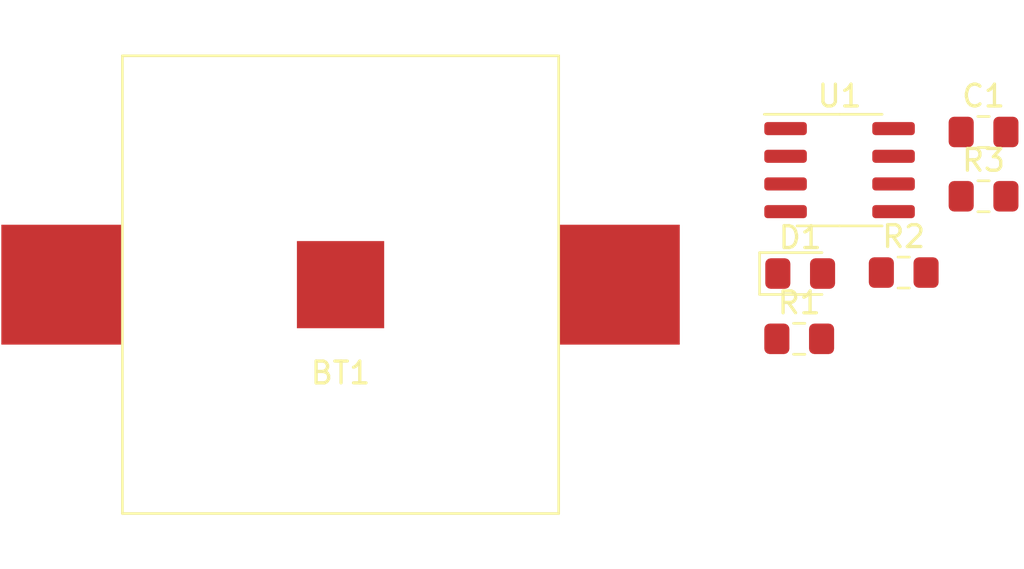
<source format=kicad_pcb>
(kicad_pcb (version 20171130) (host pcbnew "(5.1.4)-1")

  (general
    (thickness 1.6)
    (drawings 0)
    (tracks 0)
    (zones 0)
    (modules 7)
    (nets 8)
  )

  (page A4)
  (layers
    (0 F.Cu signal)
    (31 B.Cu signal)
    (32 B.Adhes user)
    (33 F.Adhes user)
    (34 B.Paste user)
    (35 F.Paste user)
    (36 B.SilkS user)
    (37 F.SilkS user)
    (38 B.Mask user)
    (39 F.Mask user)
    (40 Dwgs.User user)
    (41 Cmts.User user)
    (42 Eco1.User user)
    (43 Eco2.User user)
    (44 Edge.Cuts user)
    (45 Margin user)
    (46 B.CrtYd user)
    (47 F.CrtYd user)
    (48 B.Fab user)
    (49 F.Fab user)
  )

  (setup
    (last_trace_width 0.25)
    (trace_clearance 0.2)
    (zone_clearance 0.508)
    (zone_45_only no)
    (trace_min 0.2)
    (via_size 0.8)
    (via_drill 0.4)
    (via_min_size 0.4)
    (via_min_drill 0.3)
    (uvia_size 0.3)
    (uvia_drill 0.1)
    (uvias_allowed no)
    (uvia_min_size 0.2)
    (uvia_min_drill 0.1)
    (edge_width 0.05)
    (segment_width 0.2)
    (pcb_text_width 0.3)
    (pcb_text_size 1.5 1.5)
    (mod_edge_width 0.12)
    (mod_text_size 1 1)
    (mod_text_width 0.15)
    (pad_size 1.524 1.524)
    (pad_drill 0.762)
    (pad_to_mask_clearance 0.051)
    (solder_mask_min_width 0.25)
    (aux_axis_origin 0 0)
    (visible_elements FFFFFF7F)
    (pcbplotparams
      (layerselection 0x010fc_ffffffff)
      (usegerberextensions false)
      (usegerberattributes false)
      (usegerberadvancedattributes false)
      (creategerberjobfile false)
      (excludeedgelayer true)
      (linewidth 0.100000)
      (plotframeref false)
      (viasonmask false)
      (mode 1)
      (useauxorigin false)
      (hpglpennumber 1)
      (hpglpenspeed 20)
      (hpglpendiameter 15.000000)
      (psnegative false)
      (psa4output false)
      (plotreference true)
      (plotvalue true)
      (plotinvisibletext false)
      (padsonsilk false)
      (subtractmaskfromsilk false)
      (outputformat 1)
      (mirror false)
      (drillshape 1)
      (scaleselection 1)
      (outputdirectory ""))
  )

  (net 0 "")
  (net 1 "Net-(BT1-Pad1)")
  (net 2 GND)
  (net 3 "Net-(C1-Pad1)")
  (net 4 "Net-(D1-Pad2)")
  (net 5 "Net-(R1-Pad2)")
  (net 6 "Net-(R3-Pad1)")
  (net 7 "Net-(U1-Pad5)")

  (net_class Default "This is the default net class."
    (clearance 0.2)
    (trace_width 0.25)
    (via_dia 0.8)
    (via_drill 0.4)
    (uvia_dia 0.3)
    (uvia_drill 0.1)
    (add_net GND)
    (add_net "Net-(BT1-Pad1)")
    (add_net "Net-(C1-Pad1)")
    (add_net "Net-(D1-Pad2)")
    (add_net "Net-(R1-Pad2)")
    (add_net "Net-(R3-Pad1)")
    (add_net "Net-(U1-Pad5)")
  )

  (module Package_SO:SOIC-8_3.9x4.9mm_P1.27mm (layer F.Cu) (tedit 5C97300E) (tstamp 5D945F65)
    (at 168.925 89.995)
    (descr "SOIC, 8 Pin (JEDEC MS-012AA, https://www.analog.com/media/en/package-pcb-resources/package/pkg_pdf/soic_narrow-r/r_8.pdf), generated with kicad-footprint-generator ipc_gullwing_generator.py")
    (tags "SOIC SO")
    (path /5D8FAEA9)
    (attr smd)
    (fp_text reference U1 (at 0 -3.4) (layer F.SilkS)
      (effects (font (size 1 1) (thickness 0.15)))
    )
    (fp_text value 7555 (at 0 3.4) (layer F.Fab)
      (effects (font (size 1 1) (thickness 0.15)))
    )
    (fp_text user %R (at 0 0) (layer F.Fab)
      (effects (font (size 0.98 0.98) (thickness 0.15)))
    )
    (fp_line (start 3.7 -2.7) (end -3.7 -2.7) (layer F.CrtYd) (width 0.05))
    (fp_line (start 3.7 2.7) (end 3.7 -2.7) (layer F.CrtYd) (width 0.05))
    (fp_line (start -3.7 2.7) (end 3.7 2.7) (layer F.CrtYd) (width 0.05))
    (fp_line (start -3.7 -2.7) (end -3.7 2.7) (layer F.CrtYd) (width 0.05))
    (fp_line (start -1.95 -1.475) (end -0.975 -2.45) (layer F.Fab) (width 0.1))
    (fp_line (start -1.95 2.45) (end -1.95 -1.475) (layer F.Fab) (width 0.1))
    (fp_line (start 1.95 2.45) (end -1.95 2.45) (layer F.Fab) (width 0.1))
    (fp_line (start 1.95 -2.45) (end 1.95 2.45) (layer F.Fab) (width 0.1))
    (fp_line (start -0.975 -2.45) (end 1.95 -2.45) (layer F.Fab) (width 0.1))
    (fp_line (start 0 -2.56) (end -3.45 -2.56) (layer F.SilkS) (width 0.12))
    (fp_line (start 0 -2.56) (end 1.95 -2.56) (layer F.SilkS) (width 0.12))
    (fp_line (start 0 2.56) (end -1.95 2.56) (layer F.SilkS) (width 0.12))
    (fp_line (start 0 2.56) (end 1.95 2.56) (layer F.SilkS) (width 0.12))
    (pad 8 smd roundrect (at 2.475 -1.905) (size 1.95 0.6) (layers F.Cu F.Paste F.Mask) (roundrect_rratio 0.25)
      (net 1 "Net-(BT1-Pad1)"))
    (pad 7 smd roundrect (at 2.475 -0.635) (size 1.95 0.6) (layers F.Cu F.Paste F.Mask) (roundrect_rratio 0.25)
      (net 5 "Net-(R1-Pad2)"))
    (pad 6 smd roundrect (at 2.475 0.635) (size 1.95 0.6) (layers F.Cu F.Paste F.Mask) (roundrect_rratio 0.25)
      (net 3 "Net-(C1-Pad1)"))
    (pad 5 smd roundrect (at 2.475 1.905) (size 1.95 0.6) (layers F.Cu F.Paste F.Mask) (roundrect_rratio 0.25)
      (net 7 "Net-(U1-Pad5)"))
    (pad 4 smd roundrect (at -2.475 1.905) (size 1.95 0.6) (layers F.Cu F.Paste F.Mask) (roundrect_rratio 0.25)
      (net 1 "Net-(BT1-Pad1)"))
    (pad 3 smd roundrect (at -2.475 0.635) (size 1.95 0.6) (layers F.Cu F.Paste F.Mask) (roundrect_rratio 0.25)
      (net 6 "Net-(R3-Pad1)"))
    (pad 2 smd roundrect (at -2.475 -0.635) (size 1.95 0.6) (layers F.Cu F.Paste F.Mask) (roundrect_rratio 0.25)
      (net 3 "Net-(C1-Pad1)"))
    (pad 1 smd roundrect (at -2.475 -1.905) (size 1.95 0.6) (layers F.Cu F.Paste F.Mask) (roundrect_rratio 0.25)
      (net 2 GND))
    (model ${KISYS3DMOD}/Package_SO.3dshapes/SOIC-8_3.9x4.9mm_P1.27mm.wrl
      (at (xyz 0 0 0))
      (scale (xyz 1 1 1))
      (rotate (xyz 0 0 0))
    )
  )

  (module Resistor_SMD:R_0805_2012Metric_Pad1.15x1.40mm_HandSolder (layer F.Cu) (tedit 5B36C52B) (tstamp 5D945F4B)
    (at 175.525 91.195)
    (descr "Resistor SMD 0805 (2012 Metric), square (rectangular) end terminal, IPC_7351 nominal with elongated pad for handsoldering. (Body size source: https://docs.google.com/spreadsheets/d/1BsfQQcO9C6DZCsRaXUlFlo91Tg2WpOkGARC1WS5S8t0/edit?usp=sharing), generated with kicad-footprint-generator")
    (tags "resistor handsolder")
    (path /5D8FCB23)
    (attr smd)
    (fp_text reference R3 (at 0 -1.65) (layer F.SilkS)
      (effects (font (size 1 1) (thickness 0.15)))
    )
    (fp_text value 1K (at 0 1.65) (layer F.Fab)
      (effects (font (size 1 1) (thickness 0.15)))
    )
    (fp_text user %R (at 0 0) (layer F.Fab)
      (effects (font (size 0.5 0.5) (thickness 0.08)))
    )
    (fp_line (start 1.85 0.95) (end -1.85 0.95) (layer F.CrtYd) (width 0.05))
    (fp_line (start 1.85 -0.95) (end 1.85 0.95) (layer F.CrtYd) (width 0.05))
    (fp_line (start -1.85 -0.95) (end 1.85 -0.95) (layer F.CrtYd) (width 0.05))
    (fp_line (start -1.85 0.95) (end -1.85 -0.95) (layer F.CrtYd) (width 0.05))
    (fp_line (start -0.261252 0.71) (end 0.261252 0.71) (layer F.SilkS) (width 0.12))
    (fp_line (start -0.261252 -0.71) (end 0.261252 -0.71) (layer F.SilkS) (width 0.12))
    (fp_line (start 1 0.6) (end -1 0.6) (layer F.Fab) (width 0.1))
    (fp_line (start 1 -0.6) (end 1 0.6) (layer F.Fab) (width 0.1))
    (fp_line (start -1 -0.6) (end 1 -0.6) (layer F.Fab) (width 0.1))
    (fp_line (start -1 0.6) (end -1 -0.6) (layer F.Fab) (width 0.1))
    (pad 2 smd roundrect (at 1.025 0) (size 1.15 1.4) (layers F.Cu F.Paste F.Mask) (roundrect_rratio 0.217391)
      (net 4 "Net-(D1-Pad2)"))
    (pad 1 smd roundrect (at -1.025 0) (size 1.15 1.4) (layers F.Cu F.Paste F.Mask) (roundrect_rratio 0.217391)
      (net 6 "Net-(R3-Pad1)"))
    (model ${KISYS3DMOD}/Resistor_SMD.3dshapes/R_0805_2012Metric.wrl
      (at (xyz 0 0 0))
      (scale (xyz 1 1 1))
      (rotate (xyz 0 0 0))
    )
  )

  (module Resistor_SMD:R_0805_2012Metric_Pad1.15x1.40mm_HandSolder (layer F.Cu) (tedit 5B36C52B) (tstamp 5D945F3A)
    (at 171.865 94.695)
    (descr "Resistor SMD 0805 (2012 Metric), square (rectangular) end terminal, IPC_7351 nominal with elongated pad for handsoldering. (Body size source: https://docs.google.com/spreadsheets/d/1BsfQQcO9C6DZCsRaXUlFlo91Tg2WpOkGARC1WS5S8t0/edit?usp=sharing), generated with kicad-footprint-generator")
    (tags "resistor handsolder")
    (path /5D8FC8A2)
    (attr smd)
    (fp_text reference R2 (at 0 -1.65) (layer F.SilkS)
      (effects (font (size 1 1) (thickness 0.15)))
    )
    (fp_text value 470K (at 0 1.65) (layer F.Fab)
      (effects (font (size 1 1) (thickness 0.15)))
    )
    (fp_text user %R (at 0 0) (layer F.Fab)
      (effects (font (size 0.5 0.5) (thickness 0.08)))
    )
    (fp_line (start 1.85 0.95) (end -1.85 0.95) (layer F.CrtYd) (width 0.05))
    (fp_line (start 1.85 -0.95) (end 1.85 0.95) (layer F.CrtYd) (width 0.05))
    (fp_line (start -1.85 -0.95) (end 1.85 -0.95) (layer F.CrtYd) (width 0.05))
    (fp_line (start -1.85 0.95) (end -1.85 -0.95) (layer F.CrtYd) (width 0.05))
    (fp_line (start -0.261252 0.71) (end 0.261252 0.71) (layer F.SilkS) (width 0.12))
    (fp_line (start -0.261252 -0.71) (end 0.261252 -0.71) (layer F.SilkS) (width 0.12))
    (fp_line (start 1 0.6) (end -1 0.6) (layer F.Fab) (width 0.1))
    (fp_line (start 1 -0.6) (end 1 0.6) (layer F.Fab) (width 0.1))
    (fp_line (start -1 -0.6) (end 1 -0.6) (layer F.Fab) (width 0.1))
    (fp_line (start -1 0.6) (end -1 -0.6) (layer F.Fab) (width 0.1))
    (pad 2 smd roundrect (at 1.025 0) (size 1.15 1.4) (layers F.Cu F.Paste F.Mask) (roundrect_rratio 0.217391)
      (net 3 "Net-(C1-Pad1)"))
    (pad 1 smd roundrect (at -1.025 0) (size 1.15 1.4) (layers F.Cu F.Paste F.Mask) (roundrect_rratio 0.217391)
      (net 5 "Net-(R1-Pad2)"))
    (model ${KISYS3DMOD}/Resistor_SMD.3dshapes/R_0805_2012Metric.wrl
      (at (xyz 0 0 0))
      (scale (xyz 1 1 1))
      (rotate (xyz 0 0 0))
    )
  )

  (module Resistor_SMD:R_0805_2012Metric_Pad1.15x1.40mm_HandSolder (layer F.Cu) (tedit 5B36C52B) (tstamp 5D945F29)
    (at 167.075 97.735)
    (descr "Resistor SMD 0805 (2012 Metric), square (rectangular) end terminal, IPC_7351 nominal with elongated pad for handsoldering. (Body size source: https://docs.google.com/spreadsheets/d/1BsfQQcO9C6DZCsRaXUlFlo91Tg2WpOkGARC1WS5S8t0/edit?usp=sharing), generated with kicad-footprint-generator")
    (tags "resistor handsolder")
    (path /5D8FBBB5)
    (attr smd)
    (fp_text reference R1 (at 0 -1.65) (layer F.SilkS)
      (effects (font (size 1 1) (thickness 0.15)))
    )
    (fp_text value 1K (at 0 1.65) (layer F.Fab)
      (effects (font (size 1 1) (thickness 0.15)))
    )
    (fp_text user %R (at 0 0) (layer F.Fab)
      (effects (font (size 0.5 0.5) (thickness 0.08)))
    )
    (fp_line (start 1.85 0.95) (end -1.85 0.95) (layer F.CrtYd) (width 0.05))
    (fp_line (start 1.85 -0.95) (end 1.85 0.95) (layer F.CrtYd) (width 0.05))
    (fp_line (start -1.85 -0.95) (end 1.85 -0.95) (layer F.CrtYd) (width 0.05))
    (fp_line (start -1.85 0.95) (end -1.85 -0.95) (layer F.CrtYd) (width 0.05))
    (fp_line (start -0.261252 0.71) (end 0.261252 0.71) (layer F.SilkS) (width 0.12))
    (fp_line (start -0.261252 -0.71) (end 0.261252 -0.71) (layer F.SilkS) (width 0.12))
    (fp_line (start 1 0.6) (end -1 0.6) (layer F.Fab) (width 0.1))
    (fp_line (start 1 -0.6) (end 1 0.6) (layer F.Fab) (width 0.1))
    (fp_line (start -1 -0.6) (end 1 -0.6) (layer F.Fab) (width 0.1))
    (fp_line (start -1 0.6) (end -1 -0.6) (layer F.Fab) (width 0.1))
    (pad 2 smd roundrect (at 1.025 0) (size 1.15 1.4) (layers F.Cu F.Paste F.Mask) (roundrect_rratio 0.217391)
      (net 5 "Net-(R1-Pad2)"))
    (pad 1 smd roundrect (at -1.025 0) (size 1.15 1.4) (layers F.Cu F.Paste F.Mask) (roundrect_rratio 0.217391)
      (net 1 "Net-(BT1-Pad1)"))
    (model ${KISYS3DMOD}/Resistor_SMD.3dshapes/R_0805_2012Metric.wrl
      (at (xyz 0 0 0))
      (scale (xyz 1 1 1))
      (rotate (xyz 0 0 0))
    )
  )

  (module LED_SMD:LED_0805_2012Metric_Pad1.15x1.40mm_HandSolder (layer F.Cu) (tedit 5B4B45C9) (tstamp 5D945F18)
    (at 167.12 94.74)
    (descr "LED SMD 0805 (2012 Metric), square (rectangular) end terminal, IPC_7351 nominal, (Body size source: https://docs.google.com/spreadsheets/d/1BsfQQcO9C6DZCsRaXUlFlo91Tg2WpOkGARC1WS5S8t0/edit?usp=sharing), generated with kicad-footprint-generator")
    (tags "LED handsolder")
    (path /5D8FE86A)
    (attr smd)
    (fp_text reference D1 (at 0 -1.65) (layer F.SilkS)
      (effects (font (size 1 1) (thickness 0.15)))
    )
    (fp_text value LED (at 0 1.65) (layer F.Fab)
      (effects (font (size 1 1) (thickness 0.15)))
    )
    (fp_text user %R (at 0 0) (layer F.Fab)
      (effects (font (size 0.5 0.5) (thickness 0.08)))
    )
    (fp_line (start 1.85 0.95) (end -1.85 0.95) (layer F.CrtYd) (width 0.05))
    (fp_line (start 1.85 -0.95) (end 1.85 0.95) (layer F.CrtYd) (width 0.05))
    (fp_line (start -1.85 -0.95) (end 1.85 -0.95) (layer F.CrtYd) (width 0.05))
    (fp_line (start -1.85 0.95) (end -1.85 -0.95) (layer F.CrtYd) (width 0.05))
    (fp_line (start -1.86 0.96) (end 1 0.96) (layer F.SilkS) (width 0.12))
    (fp_line (start -1.86 -0.96) (end -1.86 0.96) (layer F.SilkS) (width 0.12))
    (fp_line (start 1 -0.96) (end -1.86 -0.96) (layer F.SilkS) (width 0.12))
    (fp_line (start 1 0.6) (end 1 -0.6) (layer F.Fab) (width 0.1))
    (fp_line (start -1 0.6) (end 1 0.6) (layer F.Fab) (width 0.1))
    (fp_line (start -1 -0.3) (end -1 0.6) (layer F.Fab) (width 0.1))
    (fp_line (start -0.7 -0.6) (end -1 -0.3) (layer F.Fab) (width 0.1))
    (fp_line (start 1 -0.6) (end -0.7 -0.6) (layer F.Fab) (width 0.1))
    (pad 2 smd roundrect (at 1.025 0) (size 1.15 1.4) (layers F.Cu F.Paste F.Mask) (roundrect_rratio 0.217391)
      (net 4 "Net-(D1-Pad2)"))
    (pad 1 smd roundrect (at -1.025 0) (size 1.15 1.4) (layers F.Cu F.Paste F.Mask) (roundrect_rratio 0.217391)
      (net 2 GND))
    (model ${KISYS3DMOD}/LED_SMD.3dshapes/LED_0805_2012Metric.wrl
      (at (xyz 0 0 0))
      (scale (xyz 1 1 1))
      (rotate (xyz 0 0 0))
    )
  )

  (module Capacitor_SMD:C_0805_2012Metric_Pad1.15x1.40mm_HandSolder (layer F.Cu) (tedit 5B36C52B) (tstamp 5D945F05)
    (at 175.525 88.245)
    (descr "Capacitor SMD 0805 (2012 Metric), square (rectangular) end terminal, IPC_7351 nominal with elongated pad for handsoldering. (Body size source: https://docs.google.com/spreadsheets/d/1BsfQQcO9C6DZCsRaXUlFlo91Tg2WpOkGARC1WS5S8t0/edit?usp=sharing), generated with kicad-footprint-generator")
    (tags "capacitor handsolder")
    (path /5D8FD220)
    (attr smd)
    (fp_text reference C1 (at 0 -1.65) (layer F.SilkS)
      (effects (font (size 1 1) (thickness 0.15)))
    )
    (fp_text value 1U (at 0 1.65) (layer F.Fab)
      (effects (font (size 1 1) (thickness 0.15)))
    )
    (fp_text user %R (at 0 0) (layer F.Fab)
      (effects (font (size 0.5 0.5) (thickness 0.08)))
    )
    (fp_line (start 1.85 0.95) (end -1.85 0.95) (layer F.CrtYd) (width 0.05))
    (fp_line (start 1.85 -0.95) (end 1.85 0.95) (layer F.CrtYd) (width 0.05))
    (fp_line (start -1.85 -0.95) (end 1.85 -0.95) (layer F.CrtYd) (width 0.05))
    (fp_line (start -1.85 0.95) (end -1.85 -0.95) (layer F.CrtYd) (width 0.05))
    (fp_line (start -0.261252 0.71) (end 0.261252 0.71) (layer F.SilkS) (width 0.12))
    (fp_line (start -0.261252 -0.71) (end 0.261252 -0.71) (layer F.SilkS) (width 0.12))
    (fp_line (start 1 0.6) (end -1 0.6) (layer F.Fab) (width 0.1))
    (fp_line (start 1 -0.6) (end 1 0.6) (layer F.Fab) (width 0.1))
    (fp_line (start -1 -0.6) (end 1 -0.6) (layer F.Fab) (width 0.1))
    (fp_line (start -1 0.6) (end -1 -0.6) (layer F.Fab) (width 0.1))
    (pad 2 smd roundrect (at 1.025 0) (size 1.15 1.4) (layers F.Cu F.Paste F.Mask) (roundrect_rratio 0.217391)
      (net 2 GND))
    (pad 1 smd roundrect (at -1.025 0) (size 1.15 1.4) (layers F.Cu F.Paste F.Mask) (roundrect_rratio 0.217391)
      (net 3 "Net-(C1-Pad1)"))
    (model ${KISYS3DMOD}/Capacitor_SMD.3dshapes/C_0805_2012Metric.wrl
      (at (xyz 0 0 0))
      (scale (xyz 1 1 1))
      (rotate (xyz 0 0 0))
    )
  )

  (module GettingToBlinky5:S8211-46R (layer F.Cu) (tedit 5D941014) (tstamp 5D945EF4)
    (at 146.05 95.25)
    (path /5D8FFC9D)
    (fp_text reference BT1 (at 0 4.05) (layer F.SilkS)
      (effects (font (size 1 1) (thickness 0.15)))
    )
    (fp_text value CR2032 (at 0.05 -4) (layer F.Fab)
      (effects (font (size 1 1) (thickness 0.15)))
    )
    (fp_line (start -15.55 13) (end -15.55 0) (layer F.CrtYd) (width 0.12))
    (fp_line (start 15.55 13) (end -15.55 13) (layer F.CrtYd) (width 0.12))
    (fp_line (start 15.55 -13) (end 15.55 13) (layer F.CrtYd) (width 0.12))
    (fp_line (start -15.55 -13) (end 15.55 -13) (layer F.CrtYd) (width 0.12))
    (fp_line (start -15.55 0) (end -15.55 -13) (layer F.CrtYd) (width 0.12))
    (fp_line (start -10 10.5) (end -10 -10.5) (layer F.SilkS) (width 0.12))
    (fp_line (start 10 10.5) (end -10 10.5) (layer F.SilkS) (width 0.12))
    (fp_line (start 10 -10.5) (end 10 10.5) (layer F.SilkS) (width 0.12))
    (fp_line (start -10 -10.5) (end 10 -10.5) (layer F.SilkS) (width 0.12))
    (pad 1 smd rect (at 12.8 0) (size 5.5 5.5) (layers F.Cu F.Paste F.Mask)
      (net 1 "Net-(BT1-Pad1)"))
    (pad 2 smd rect (at 0 0) (size 4 4) (layers F.Cu F.Paste F.Mask)
      (net 2 GND))
    (pad 1 smd rect (at -12.8 0) (size 5.5 5.5) (layers F.Cu F.Paste F.Mask)
      (net 1 "Net-(BT1-Pad1)"))
  )

)

</source>
